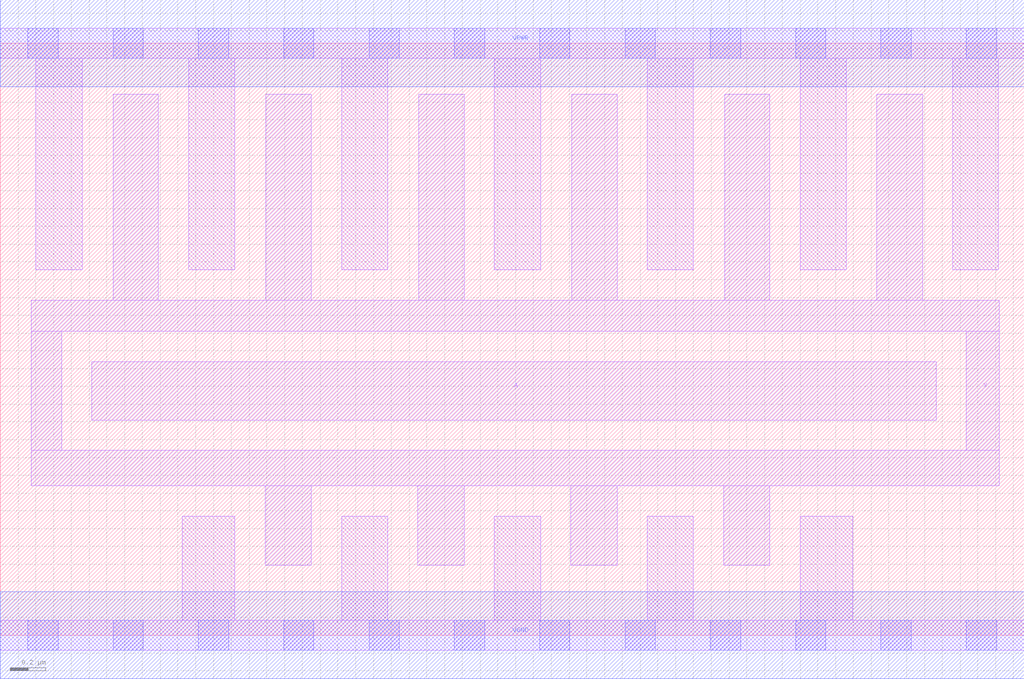
<source format=lef>
# Copyright 2020 The SkyWater PDK Authors
#
# Licensed under the Apache License, Version 2.0 (the "License");
# you may not use this file except in compliance with the License.
# You may obtain a copy of the License at
#
#     https://www.apache.org/licenses/LICENSE-2.0
#
# Unless required by applicable law or agreed to in writing, software
# distributed under the License is distributed on an "AS IS" BASIS,
# WITHOUT WARRANTIES OR CONDITIONS OF ANY KIND, either express or implied.
# See the License for the specific language governing permissions and
# limitations under the License.
#
# SPDX-License-Identifier: Apache-2.0

VERSION 5.7 ;
  NOWIREEXTENSIONATPIN ON ;
  DIVIDERCHAR "/" ;
  BUSBITCHARS "[]" ;
UNITS
  DATABASE MICRONS 200 ;
END UNITS
MACRO sky130_fd_sc_lp__clkinv_8
  CLASS CORE ;
  FOREIGN sky130_fd_sc_lp__clkinv_8 ;
  ORIGIN  0.000000  0.000000 ;
  SIZE  5.760000 BY  3.330000 ;
  SYMMETRY X Y R90 ;
  SITE unit ;
  PIN A
    ANTENNAGATEAREA  2.772000 ;
    DIRECTION INPUT ;
    USE SIGNAL ;
    PORT
      LAYER li1 ;
        RECT 0.515000 1.210000 5.265000 1.540000 ;
    END
  END A
  PIN Y
    ANTENNADIFFAREA  2.587200 ;
    DIRECTION OUTPUT ;
    USE SIGNAL ;
    PORT
      LAYER li1 ;
        RECT 0.175000 0.840000 5.620000 1.040000 ;
        RECT 0.175000 1.040000 0.345000 1.710000 ;
        RECT 0.175000 1.710000 5.620000 1.885000 ;
        RECT 0.635000 1.885000 0.890000 3.045000 ;
        RECT 1.490000 0.395000 1.750000 0.840000 ;
        RECT 1.495000 1.885000 1.750000 3.045000 ;
        RECT 2.350000 0.395000 2.610000 0.840000 ;
        RECT 2.355000 1.885000 2.610000 3.045000 ;
        RECT 3.210000 0.395000 3.470000 0.840000 ;
        RECT 3.215000 1.885000 3.470000 3.045000 ;
        RECT 4.070000 0.395000 4.330000 0.840000 ;
        RECT 4.075000 1.885000 4.330000 3.045000 ;
        RECT 4.930000 1.885000 5.190000 3.045000 ;
        RECT 5.435000 1.040000 5.620000 1.710000 ;
    END
  END Y
  PIN VGND
    DIRECTION INOUT ;
    USE GROUND ;
    PORT
      LAYER met1 ;
        RECT 0.000000 -0.245000 5.760000 0.245000 ;
    END
  END VGND
  PIN VPWR
    DIRECTION INOUT ;
    USE POWER ;
    PORT
      LAYER met1 ;
        RECT 0.000000 3.085000 5.760000 3.575000 ;
    END
  END VPWR
  OBS
    LAYER li1 ;
      RECT 0.000000 -0.085000 5.760000 0.085000 ;
      RECT 0.000000  3.245000 5.760000 3.415000 ;
      RECT 0.200000  2.055000 0.460000 3.245000 ;
      RECT 1.025000  0.085000 1.320000 0.670000 ;
      RECT 1.060000  2.055000 1.320000 3.245000 ;
      RECT 1.920000  0.085000 2.180000 0.670000 ;
      RECT 1.920000  2.055000 2.180000 3.245000 ;
      RECT 2.780000  0.085000 3.040000 0.670000 ;
      RECT 2.780000  2.055000 3.040000 3.245000 ;
      RECT 3.640000  0.085000 3.900000 0.670000 ;
      RECT 3.640000  2.055000 3.900000 3.245000 ;
      RECT 4.500000  0.085000 4.795000 0.670000 ;
      RECT 4.500000  2.055000 4.760000 3.245000 ;
      RECT 5.360000  2.055000 5.615000 3.245000 ;
    LAYER mcon ;
      RECT 0.155000 -0.085000 0.325000 0.085000 ;
      RECT 0.155000  3.245000 0.325000 3.415000 ;
      RECT 0.635000 -0.085000 0.805000 0.085000 ;
      RECT 0.635000  3.245000 0.805000 3.415000 ;
      RECT 1.115000 -0.085000 1.285000 0.085000 ;
      RECT 1.115000  3.245000 1.285000 3.415000 ;
      RECT 1.595000 -0.085000 1.765000 0.085000 ;
      RECT 1.595000  3.245000 1.765000 3.415000 ;
      RECT 2.075000 -0.085000 2.245000 0.085000 ;
      RECT 2.075000  3.245000 2.245000 3.415000 ;
      RECT 2.555000 -0.085000 2.725000 0.085000 ;
      RECT 2.555000  3.245000 2.725000 3.415000 ;
      RECT 3.035000 -0.085000 3.205000 0.085000 ;
      RECT 3.035000  3.245000 3.205000 3.415000 ;
      RECT 3.515000 -0.085000 3.685000 0.085000 ;
      RECT 3.515000  3.245000 3.685000 3.415000 ;
      RECT 3.995000 -0.085000 4.165000 0.085000 ;
      RECT 3.995000  3.245000 4.165000 3.415000 ;
      RECT 4.475000 -0.085000 4.645000 0.085000 ;
      RECT 4.475000  3.245000 4.645000 3.415000 ;
      RECT 4.955000 -0.085000 5.125000 0.085000 ;
      RECT 4.955000  3.245000 5.125000 3.415000 ;
      RECT 5.435000 -0.085000 5.605000 0.085000 ;
      RECT 5.435000  3.245000 5.605000 3.415000 ;
  END
END sky130_fd_sc_lp__clkinv_8
END LIBRARY

</source>
